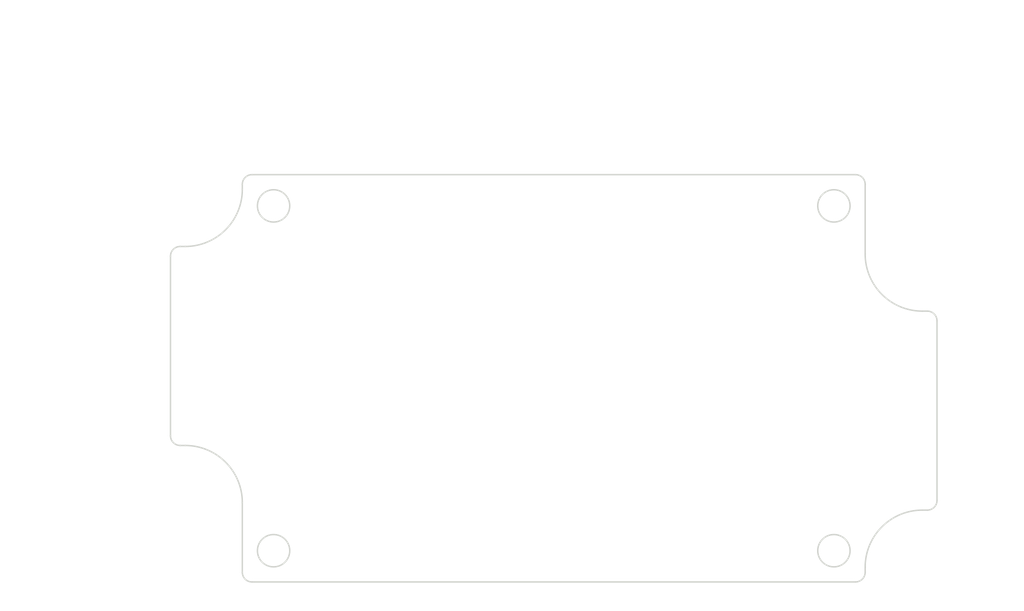
<source format=kicad_pcb>
(kicad_pcb (version 20221018) (generator pcbnew)

  (general
    (thickness 1.6)
  )

  (paper "A4")
  (layers
    (0 "F.Cu" signal)
    (31 "B.Cu" signal)
    (32 "B.Adhes" user "B.Adhesive")
    (33 "F.Adhes" user "F.Adhesive")
    (34 "B.Paste" user)
    (35 "F.Paste" user)
    (36 "B.SilkS" user "B.Silkscreen")
    (37 "F.SilkS" user "F.Silkscreen")
    (38 "B.Mask" user)
    (39 "F.Mask" user)
    (40 "Dwgs.User" user "User.Drawings")
    (41 "Cmts.User" user "User.Comments")
    (42 "Eco1.User" user "User.Eco1")
    (43 "Eco2.User" user "User.Eco2")
    (44 "Edge.Cuts" user)
    (45 "Margin" user)
    (46 "B.CrtYd" user "B.Courtyard")
    (47 "F.CrtYd" user "F.Courtyard")
    (48 "B.Fab" user)
    (49 "F.Fab" user)
  )

  (setup
    (pad_to_mask_clearance 0.051)
    (solder_mask_min_width 0.25)
    (pcbplotparams
      (layerselection 0x00010fc_ffffffff)
      (plot_on_all_layers_selection 0x0000000_00000000)
      (disableapertmacros false)
      (usegerberextensions false)
      (usegerberattributes false)
      (usegerberadvancedattributes false)
      (creategerberjobfile false)
      (dashed_line_dash_ratio 12.000000)
      (dashed_line_gap_ratio 3.000000)
      (svgprecision 4)
      (plotframeref false)
      (viasonmask false)
      (mode 1)
      (useauxorigin false)
      (hpglpennumber 1)
      (hpglpenspeed 20)
      (hpglpendiameter 15.000000)
      (dxfpolygonmode true)
      (dxfimperialunits true)
      (dxfusepcbnewfont true)
      (psnegative false)
      (psa4output false)
      (plotreference true)
      (plotvalue true)
      (plotinvisibletext false)
      (sketchpadsonfab false)
      (subtractmaskfromsilk false)
      (outputformat 1)
      (mirror false)
      (drillshape 1)
      (scaleselection 1)
      (outputdirectory "")
    )
  )

  (net 0 "")

  (gr_line (start 111.589328 78.426001) (end 111.589328 59.340017)
    (stroke (width 0.2) (type solid)) (layer "Dwgs.User") (tstamp 04b9825e-5019-404e-9575-255838f85df4))
  (gr_line (start 94.981928 88.075329) (end 94.981928 94.047661)
    (stroke (width 0.2) (type solid)) (layer "Dwgs.User") (tstamp 106b0b03-52ef-40b8-bb61-11b6ace71ab0))
  (gr_line (start 96.178843 113.776672) (end 96.178843 109.523916)
    (stroke (width 0.2) (type solid)) (layer "Dwgs.User") (tstamp 1220ac9b-616f-424d-946e-4d55034c5a41))
  (gr_line (start 115.94 81.426001) (end 115.94 63.251)
    (stroke (width 0.2) (type solid)) (layer "Dwgs.User") (tstamp 12da4956-7508-45eb-8b81-7a9ecb96f3de))
  (gr_line (start 113.94 66.425374) (end 103.589328 66.425374)
    (stroke (width 0.2) (type solid)) (layer "Dwgs.User") (tstamp 2647d087-5291-41df-a582-5a4b9d82b0cb))
  (gr_line (start 115.94 81.426001) (end 115.94 63.250374)
    (stroke (width 0.2) (type solid)) (layer "Dwgs.User") (tstamp 353ca9a5-18a9-4fef-a915-cf183b048894))
  (gr_line (start 120.016616 76.075329) (end 120.016616 71.196009)
    (stroke (width 0.2) (type solid)) (layer "Dwgs.User") (tstamp 3a337f09-45b6-4d65-add1-2e3e5b83f850))
  (gr_line (start 113.94 83.123042) (end 103.589328 83.123042)
    (stroke (width 0.2) (type solid)) (layer "Dwgs.User") (tstamp 3bc24fc8-e1ed-4589-a62c-65a69f37a48e))
  (gr_line (start 196.290671 62.515017) (end 164.222388 62.515017)
    (stroke (width 0.2) (type solid)) (layer "Dwgs.User") (tstamp 41b3c835-32fe-4fbf-b393-0d7f4b74e526))
  (gr_line (start 120.016616 84.426001) (end 120.016616 86.426)
    (stroke (width 0.2) (type solid)) (layer "Dwgs.User") (tstamp 438166c1-56e7-4306-bd56-db347bdd3228))
  (gr_line (start 193.94 81.426001) (end 193.94 63.251)
    (stroke (width 0.2) (type solid)) (layer "Dwgs.User") (tstamp 522885ff-683b-4899-97eb-d627559e1aa9))
  (gr_line (start 111.94 134.776672) (end 78.70807 134.776672)
    (stroke (width 0.2) (type solid)) (layer "Dwgs.User") (tstamp 559065c4-6b7c-4baa-b103-0c6b2433a224))
  (gr_line (start 102.64 115.776672) (end 93.003843 115.776672)
    (stroke (width 0.2) (type solid)) (layer "Dwgs.User") (tstamp 5e06570c-eb49-42d4-b9dd-912d8621aaf6))
  (gr_line (start 126.381448 94.80585) (end 124.381448 94.80585)
    (stroke (width 0.2) (type solid)) (layer "Dwgs.User") (tstamp 6b4a86fe-fad9-4c60-b9ac-b0088385b0f5))
  (gr_line (start 81.88307 132.776672) (end 81.88307 109.983436)
    (stroke (width 0.2) (type solid)) (layer "Dwgs.User") (tstamp 73c887ac-f7ec-4363-aa15-e7560fdfecaa))
  (gr_line (start 101.589328 88.426) (end 101.589328 63.250374)
    (stroke (width 0.2) (type solid)) (layer "Dwgs.User") (tstamp 7d18ae3b-52a7-462f-9fe5-bfc5f17c515e))
  (gr_line (start 94.981928 80.075329) (end 94.981928 86.075329)
    (stroke (width 0.2) (type solid)) (layer "Dwgs.User") (tstamp 7ff1d0cb-f5d7-40cc-afbb-78a4d0b2806b))
  (gr_line (start 113.589328 62.515017) (end 156.133166 62.515017)
    (stroke (width 0.2) (type solid)) (layer "Dwgs.User") (tstamp 812525f5-e4bf-4fb9-bd58-81b2b5c37408))
  (gr_line (start 194.94 82.426001) (end 217.677615 82.426)
    (stroke (width 0.2) (type solid)) (layer "Dwgs.User") (tstamp 83b03bcf-a79c-400c-a50a-38ecc2d95beb))
  (gr_line (start 111.94 78.075329) (end 78.70807 78.075329)
    (stroke (width 0.2) (type solid)) (layer "Dwgs.User") (tstamp 84e5546a-b183-4bd4-adf2-74aafcb3696b))
  (gr_line (start 194.94 130.426) (end 217.677615 130.426)
    (stroke (width 0.2) (type solid)) (layer "Dwgs.User") (tstamp 8cf718c2-de00-4607-b7e7-9e9e65c54928))
  (gr_line (start 209.454467 135.585541) (end 201.794952 128.771755)
    (stroke (width 0.2) (type solid)) (layer "Dwgs.User") (tstamp 92e4bbd9-895a-42a9-9bdd-74ce6797acdd))
  (gr_line (start 208.290671 97.426) (end 208.290671 53.865517)
    (stroke (width 0.2) (type solid)) (layer "Dwgs.User") (tstamp 97e267f6-4059-48fa-802c-e889cfb3a636))
  (gr_line (start 102.64 88.075329) (end 91.806928 88.075329)
    (stroke (width 0.2) (type solid)) (layer "Dwgs.User") (tstamp 98b58f56-f6ab-47f6-8017-e7b65125a3aa))
  (gr_line (start 206.290671 57.040517) (end 149.569556 57.040517)
    (stroke (width 0.2) (type solid)) (layer "Dwgs.User") (tstamp 9e35b09a-b5d5-4cb0-bc33-d382ea5a6d55))
  (gr_line (start 214.502615 128.426) (end 214.502615 109.983436)
    (stroke (width 0.2) (type solid)) (layer "Dwgs.User") (tstamp 9eb5110a-74fb-4866-8f68-0e6d37365fd7))
  (gr_line (start 101.589328 66.425374) (end 99.589328 66.425374)
    (stroke (width 0.2) (type solid)) (layer "Dwgs.User") (tstamp 9feccbb9-5dd4-423d-91c0-e3a09cd3f040))
  (gr_line (start 191.94 66.426001) (end 151.529963 66.426001)
    (stroke (width 0.2) (type solid)) (layer "Dwgs.User") (tstamp a6908618-251f-4eaa-823f-942f2e0d1c3c))
  (gr_line (start 101.589328 88.426) (end 101.589328 53.865517)
    (stroke (width 0.2) (type solid)) (layer "Dwgs.User") (tstamp a6b1b9a7-abe4-4886-b89d-a1e514089ec4))
  (gr_line (start 94.981928 94.047661) (end 92.981928 94.047661)
    (stroke (width 0.2) (type solid)) (layer "Dwgs.User") (tstamp abd51b1c-c076-4f13-862c-ba521c6033a8))
  (gr_line (start 81.88307 80.075329) (end 81.88307 102.868565)
    (stroke (width 0.2) (type solid)) (layer "Dwgs.User") (tstamp ade44a31-8035-4833-a292-422c2ec5ec15))
  (gr_line (start 117.94 66.426001) (end 143.44074 66.426001)
    (stroke (width 0.2) (type solid)) (layer "Dwgs.User") (tstamp b830e10a-ddc7-4b24-ab95-e310529fe072))
  (gr_line (start 101.589328 88.426) (end 101.589328 79.948042)
    (stroke (width 0.2) (type solid)) (layer "Dwgs.User") (tstamp b9471c4f-03d5-416e-a37f-8c3402322058))
  (gr_line (start 211.454467 135.585541) (end 209.454467 135.585541)
    (stroke (width 0.2) (type solid)) (layer "Dwgs.User") (tstamp ba458f38-c824-4abd-a52f-b5a2555bf5d2))
  (gr_line (start 115.94 82.516) (end 115.94 82.336001)
    (stroke (width 0.2) (type solid)) (layer "Dwgs.User") (tstamp c4eb04d6-dade-4fac-8383-1462fdeb3f72))
  (gr_line (start 214.502615 84.426001) (end 214.502615 102.868565)
    (stroke (width 0.2) (type solid)) (layer "Dwgs.User") (tstamp c6832db1-967e-4ca2-84ec-1ea795d54b4e))
  (gr_line (start 103.589328 57.040517) (end 140.159529 57.040517)
    (stroke (width 0.2) (type solid)) (layer "Dwgs.User") (tstamp cb4fd971-3acb-47e4-a8dc-985a38915878))
  (gr_line (start 101.589328 83.123042) (end 99.589328 83.123042)
    (stroke (width 0.2) (type solid)) (layer "Dwgs.User") (tstamp ccb6709b-c3cc-4704-b7c6-39be2f3816cc))
  (gr_line (start 102.64 88.075329) (end 93.003843 88.075329)
    (stroke (width 0.2) (type solid)) (layer "Dwgs.User") (tstamp cd88e324-6ec8-4698-b7c9-6fcd1e2b8523))
  (gr_line (start 116.94 82.426001) (end 123.191616 82.426001)
    (stroke (width 0.2) (type solid)) (layer "Dwgs.User") (tstamp d08e33f6-3519-4763-8db3-b5aaece0c6f6))
  (gr_line (start 115.85 82.426001) (end 116.03 82.426001)
    (stroke (width 0.2) (type solid)) (layer "Dwgs.User") (tstamp d4ace589-74dd-406e-9805-ee61c5a76d1e))
  (gr_line (start 96.178843 90.075329) (end 96.178843 102.409045)
    (stroke (width 0.2) (type solid)) (layer "Dwgs.User") (tstamp dcf71bb3-a0a1-41c4-a4aa-c9000b7dc554))
  (gr_line (start 124.381448 94.80585) (end 118.334305 85.937382)
    (stroke (width 0.2) (type solid)) (layer "Dwgs.User") (tstamp ded09186-caa9-4949-b35a-e17ab3783e1d))
  (gr_line (start 111.94 78.075329) (end 91.806928 78.075329)
    (stroke (width 0.2) (type solid)) (layer "Dwgs.User") (tstamp e4cd381d-4226-498c-8563-8f802335596d))
  (gr_line (start 120.016616 71.196009) (end 122.016616 71.196009)
    (stroke (width 0.2) (type solid)) (layer "Dwgs.User") (tstamp e681b81b-399f-4f96-bb2e-c50553033a33))
  (gr_line (start 198.290671 78.426001) (end 198.290671 59.340017)
    (stroke (width 0.2) (type solid)) (layer "Dwgs.User") (tstamp f38200b8-7998-475f-8986-c181c71585b2))
  (gr_arc (start 208.290671 123.426001) (mid 207.895069 124.38107) (end 206.94 124.776672)
    (stroke (width 0.2) (type solid)) (layer "Edge.Cuts") (tstamp 0d348aae-1d22-4aba-95ca-9fff19675104))
  (gr_line (start 198.290671 133.426) (end 198.290671 132.726)
    (stroke (width 0.2) (type solid)) (layer "Edge.Cuts") (tstamp 0e456f6a-946c-41c1-9161-bcd0efd0ad52))
  (gr_arc (start 102.94 115.776673) (mid 101.984931 115.38107) (end 101.589328 114.426001)
    (stroke (width 0.2) (type solid)) (layer "Edge.Cuts") (tstamp 1663b635-b76e-46b4-a723-201f57a473ec))
  (gr_line (start 196.94 78.075329) (end 112.94 78.075329)
    (stroke (width 0.2) (type solid)) (layer "Edge.Cuts") (tstamp 20ce05a7-6bb8-4713-a537-20cf7161c3ab))
  (gr_circle (center 115.94 82.426001) (end 118.19 82.426001)
    (stroke (width 0.2) (type solid)) (fill none) (layer "Edge.Cuts") (tstamp 24daa1d1-7ead-4e22-b1d1-4382b12e45b9))
  (gr_line (start 111.589328 123.726) (end 111.589328 133.426)
    (stroke (width 0.2) (type solid)) (layer "Edge.Cuts") (tstamp 2a2faacf-90f2-49d4-b069-4a46a9900f10))
  (gr_arc (start 198.290671 132.726001) (mid 200.618976 127.104977) (end 206.24 124.776672)
    (stroke (width 0.2) (type solid)) (layer "Edge.Cuts") (tstamp 2bf22403-07f0-4c47-b2ac-6333553a8a39))
  (gr_circle (center 193.94 82.426001) (end 196.19 82.426001)
    (stroke (width 0.2) (type solid)) (fill none) (layer "Edge.Cuts") (tstamp 2e5ae66a-c5f3-4dc5-8462-d0ed12bdaed0))
  (gr_line (start 103.64 88.075329) (end 102.94 88.075329)
    (stroke (width 0.2) (type solid)) (layer "Edge.Cuts") (tstamp 3c670c2e-9f12-4148-8882-3def188e7e7c))
  (gr_line (start 112.94 134.776672) (end 196.94 134.776672)
    (stroke (width 0.2) (type solid)) (layer "Edge.Cuts") (tstamp 3cfc59bb-7ac1-461a-932c-bd0b2826f5e3))
  (gr_line (start 101.589328 89.426) (end 101.589328 114.426)
    (stroke (width 0.2) (type solid)) (layer "Edge.Cuts") (tstamp 415a21e0-1020-49fd-82ee-cdcefc191788))
  (gr_arc (start 198.290671 133.426001) (mid 197.895069 134.38107) (end 196.94 134.776672)
    (stroke (width 0.2) (type solid)) (layer "Edge.Cuts") (tstamp 4600f64a-cd5d-41cb-bea1-49f2ef8e2d94))
  (gr_line (start 206.94 97.075329) (end 206.24 97.075329)
    (stroke (width 0.2) (type solid)) (layer "Edge.Cuts") (tstamp 467e2193-4446-4ded-b1fd-769a99b98744))
  (gr_arc (start 206.94 97.075329) (mid 207.895069 97.470931) (end 208.290671 98.426)
    (stroke (width 0.2) (type solid)) (layer "Edge.Cuts") (tstamp 5ed46385-0c75-4ece-828a-e4f21ea29519))
  (gr_line (start 198.290671 89.126001) (end 198.290671 79.426001)
    (stroke (width 0.2) (type solid)) (layer "Edge.Cuts") (tstamp 683d2dd6-e9ec-40d7-aec6-9008d43c69a4))
  (gr_arc (start 111.589329 79.426) (mid 111.984931 78.470931) (end 112.94 78.075329)
    (stroke (width 0.2) (type solid)) (layer "Edge.Cuts") (tstamp 6cfb96ff-f865-4566-91ef-a12cd72e36c1))
  (gr_arc (start 196.94 78.075329) (mid 197.895069 78.470931) (end 198.290671 79.426)
    (stroke (width 0.2) (type solid)) (layer "Edge.Cuts") (tstamp 6ee57291-e290-4479-9a86-880bdda0e1dc))
  (gr_arc (start 206.24 97.075329) (mid 200.618976 94.747024) (end 198.290671 89.126)
    (stroke (width 0.2) (type solid)) (layer "Edge.Cuts") (tstamp 80133816-20fb-4050-b228-78ce91804f25))
  (gr_arc (start 111.589329 80.126) (mid 109.261024 85.747024) (end 103.64 88.075329)
    (stroke (width 0.2) (type solid)) (layer "Edge.Cuts") (tstamp 8ae622e0-e806-400a-a612-4221a0fe61a1))
  (gr_circle (center 193.94 130.426001) (end 196.19 130.426001)
    (stroke (width 0.2) (type solid)) (fill none) (layer "Edge.Cuts") (tstamp 97103c49-67ae-4118-b795-fb804e5d69ee))
  (gr_arc (start 103.64 115.776673) (mid 109.261024 118.104977) (end 111.589328 123.726001)
    (stroke (width 0.2) (type solid)) (layer "Edge.Cuts") (tstamp a26df9ab-bc20-4cb9-881f-11372de3c7c1))
  (gr_circle (center 115.94 130.426001) (end 118.19 130.426001)
    (stroke (width 0.2) (type solid)) (fill none) (layer "Edge.Cuts") (tstamp b9dca384-1a59-4c0c-912e-5392f361b055))
  (gr_line (start 206.24 124.776672) (end 206.94 124.776672)
    (stroke (width 0.2) (type solid)) (layer "Edge.Cuts") (tstamp bad46460-0652-452c-9eb6-ec946802479d))
  (gr_arc (start 101.589329 89.426) (mid 101.984931 88.470931) (end 102.94 88.075329)
    (stroke (width 0.2) (type solid)) (layer "Edge.Cuts") (tstamp dc0f20f0-4c4f-49ce-a0f0-332576f4ae58))
  (gr_line (start 102.94 115.776672) (end 103.64 115.776672)
    (stroke (width 0.2) (type solid)) (layer "Edge.Cuts") (tstamp dd870401-1539-4928-9b46-64369eccac6e))
  (gr_line (start 111.589328 79.426001) (end 111.589328 80.126)
    (stroke (width 0.2) (type solid)) (layer "Edge.Cuts") (tstamp e3e23f7d-b1cd-49ce-a599-176be8ff0403))
  (gr_arc (start 112.94 134.776673) (mid 111.984931 134.38107) (end 111.589328 133.426001)
    (stroke (width 0.2) (type solid)) (layer "Edge.Cuts") (tstamp e9d7b77c-f04d-41d9-a964-21dd4deb022b))
  (gr_line (start 208.290671 123.426) (end 208.290671 98.426)
    (stroke (width 0.2) (type solid)) (layer "Edge.Cuts") (tstamp ec7885dc-56d2-4dfb-b2c4-e3e22f0823cc))
  (gr_text "[3.41]" (at 160.177777 64.404478) (layer "Dwgs.User") (tstamp 0023d52d-e6c3-4503-84db-835aae877c93)
    (effects (font (size 1.7 1.53) (thickness 0.2125)))
  )
  (gr_text "[3.07]" (at 147.485352 68.315462) (layer "Dwgs.User") (tstamp 03626378-7c63-4f3a-b5b5-423fd5d5153f)
    (effects (font (size 1.7 1.53) (thickness 0.2125)))
  )
  (gr_text "[.56]" (at 95.53544 85.012503) (layer "Dwgs.User") (tstamp 0ccce388-b1f2-4841-85ac-d9232f3a0f83)
    (effects (font (size 1.7 1.53) (thickness 0.2125)))
  )
  (gr_text "[1.89]" (at 214.502615 108.315462) (layer "Dwgs.User") (tstamp 0ff9df38-5a50-4498-a213-538317f60b82)
    (effects (font (size 1.7 1.53) (thickness 0.2125)))
  )
  (gr_text " ∅4.50\n[∅0.18]" (at 130.918317 94.80585) (layer "Dwgs.User") (tstamp 18f942cc-af82-41b5-92bd-38f2ab43d800)
    (effects (font (size 1.7 1.53) (thickness 0.2125)))
  )
  (gr_text "[1.09]" (at 96.178843 107.855942) (layer "Dwgs.User") (tstamp 1fa05825-7bdc-4356-a235-d9d0758157ce)
    (effects (font (size 1.7 1.53) (thickness 0.2125)))
  )
  (gr_text " 48.00" (at 214.502615 104.758026) (layer "Dwgs.User") (tstamp 1fd33268-2938-4247-b3bf-ba0e730763fc)
    (effects (font (size 1.7 1.53) (thickness 0.2125)))
  )
  (gr_text " 4.35" (at 125.410102 69.527455) (layer "Dwgs.User") (tstamp 20114564-248c-4aee-87d5-967720b40251)
    (effects (font (size 1.7 1.53) (thickness 0.2125)))
  )
  (gr_text " 14.35" (at 95.53544 81.454488) (layer "Dwgs.User") (tstamp 2448d080-fb21-405d-9f50-a30164226f60)
    (effects (font (size 1.7 1.53) (thickness 0.2125)))
  )
  (gr_text " R7.95" (at 215.925238 133.917567) (layer "Dwgs.User") (tstamp 3eb4ed4e-9529-4b98-93fc-a69273dbd0ec)
    (effects (font (size 1.7 1.53) (thickness 0.2125)))
  )
  (gr_text " 56.70" (at 81.88307 104.758026) (layer "Dwgs.User") (tstamp 54f786f1-6ca3-475a-9d92-1de370c49a01)
    (effects (font (size 1.7 1.53) (thickness 0.2125)))
  )
  (gr_text " 27.70" (at 96.178843 104.298506) (layer "Dwgs.User") (tstamp 655b7854-2b64-4d04-87c9-04c8b76c0138)
    (effects (font (size 1.7 1.53) (thickness 0.2125)))
  )
  (gr_text "[.17]" (at 125.410102 73.08547) (layer "Dwgs.User") (tstamp 6b57dd87-8bfa-4cd0-a6d5-53d277b3f959)
    (effects (font (size 1.7 1.53) (thickness 0.2125)))
  )
  (gr_text " 106.70" (at 144.864542 55.372543) (layer "Dwgs.User") (tstamp 6bd1b4da-ad55-4867-8e17-992ee5e1dd86)
    (effects (font (size 1.7 1.53) (thickness 0.2125)))
  )
  (gr_text " 10.00" (at 88.937316 92.379687) (layer "Dwgs.User") (tstamp 6c524434-636d-4022-a0fa-1a6970256fc1)
    (effects (font (size 1.7 1.53) (thickness 0.2125)))
  )
  (gr_text " 14.35" (at 95.53544 64.75682) (layer "Dwgs.User") (tstamp 72aebee3-999f-414b-8dc1-a3d73446668a)
    (effects (font (size 1.7 1.53) (thickness 0.2125)))
  )
  (gr_text " 78.00" (at 147.485352 64.758026) (layer "Dwgs.User") (tstamp 8dabccee-5819-4178-86ba-10a88d78aa0a)
    (effects (font (size 1.7 1.53) (thickness 0.2125)))
  )
  (gr_text "[2.23]" (at 81.88307 108.315462) (layer "Dwgs.User") (tstamp 9a32d993-517e-4da4-a029-55d86a5f6fd8)
    (effects (font (size 1.7 1.53) (thickness 0.2125)))
  )
  (gr_text "[.39]" (at 88.937316 95.937123) (layer "Dwgs.User") (tstamp c429110c-53c1-41b3-b5ae-24927683c666)
    (effects (font (size 1.7 1.53) (thickness 0.2125)))
  )
  (gr_text "[.56]" (at 95.53544 68.314835) (layer "Dwgs.User") (tstamp e1877cc3-83ce-4c52-9cb9-4b2d740c9ece)
    (effects (font (size 1.7 1.53) (thickness 0.2125)))
  )
  (gr_text "[4.20]" (at 144.864542 58.929978) (layer "Dwgs.User") (tstamp e7b6638c-27e3-471d-a370-7ac2e12c93db)
    (effects (font (size 1.7 1.53) (thickness 0.2125)))
  )
  (gr_text "[R0.31]" (at 215.925238 137.475002) (layer "Dwgs.User") (tstamp e9cd89b4-86e3-4625-a014-6f05f3a138ae)
    (effects (font (size 1.7 1.53) (thickness 0.2125)))
  )
  (gr_text " 86.70" (at 160.177777 60.847042) (layer "Dwgs.User") (tstamp f3c192e1-13d4-49cd-9c36-c0cafa6e3ad7)
    (effects (font (size 1.7 1.53) (thickness 0.2125)))
  )

)

</source>
